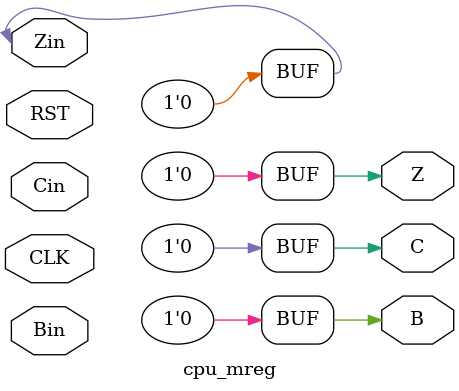
<source format=v>
`timescale 1ns/100ps

module cpu_mreg (
    CLK,
    RST,
    Cin,
    Zin,
    Bin,
    C,
    Z,
    B
);

input CLK, RST;
input Cin, Zin, Bin;

output reg C; //Carry
output reg Z; //Zero
output reg B; //Borrow

reg C_LAST = 1'b0;
reg B_LAST = 1'b0;

//Reset
always @(RST) begin
    C <= 1'b0;
    Z <= 1'b0;
    B <= 1'b0;
end

//Zero
always @(Zin) begin
    Z <= Zin;
end

//Set C
always @(Cin) begin
    if(Cin || C_LAST) begin
        C = 1'b1; 
    end
    else begin
        C = 1'b0;
    end
end

//Set B
always @(Bin) begin
    if(Bin || B_LAST) begin
        B = 1'b1; 
    end
    else begin
        B = 1'b0;
    end
end

//Reset C/B
always @(posedge CLK) begin
    if(!Cin && C_LAST) begin
        C <= 1'b0; 
    end
    C_LAST <= Cin;

    if(!Bin && B_LAST) begin
        B <= 1'b0; 
    end
    B_LAST <= Bin;
end

endmodule
</source>
